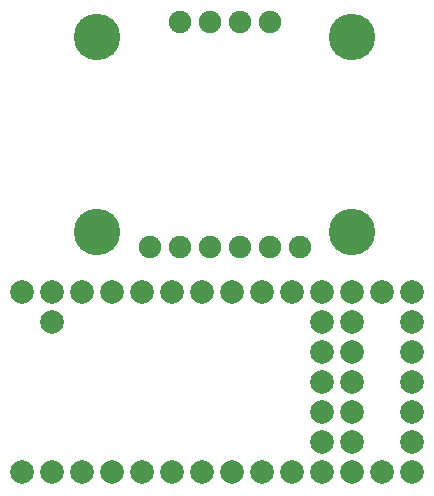
<source format=gbs>
G04 #@! TF.GenerationSoftware,KiCad,Pcbnew,(5.1.9)-1*
G04 #@! TF.CreationDate,2021-04-18T01:47:18-07:00*
G04 #@! TF.ProjectId,UAS_Teensy,5541535f-5465-4656-9e73-792e6b696361,rev?*
G04 #@! TF.SameCoordinates,Original*
G04 #@! TF.FileFunction,Soldermask,Bot*
G04 #@! TF.FilePolarity,Negative*
%FSLAX46Y46*%
G04 Gerber Fmt 4.6, Leading zero omitted, Abs format (unit mm)*
G04 Created by KiCad (PCBNEW (5.1.9)-1) date 2021-04-18 01:47:18*
%MOMM*%
%LPD*%
G01*
G04 APERTURE LIST*
%ADD10C,1.900000*%
%ADD11C,3.940000*%
%ADD12C,2.000000*%
G04 APERTURE END LIST*
D10*
X111130000Y-76200000D03*
X108590000Y-76200000D03*
X106050000Y-76200000D03*
X103500000Y-76200000D03*
X100960000Y-76200000D03*
X98430000Y-76200000D03*
X108590000Y-57150000D03*
X106040000Y-57150000D03*
X103510000Y-57150000D03*
X100960000Y-57150000D03*
D11*
X93980000Y-74930000D03*
X115570000Y-74930000D03*
X93980000Y-58420000D03*
X115570000Y-58420000D03*
D12*
X113030000Y-92710000D03*
X115570000Y-92710000D03*
X113030000Y-90170000D03*
X115570000Y-90170000D03*
X113030000Y-87630000D03*
X115570000Y-87630000D03*
X113030000Y-85090000D03*
X115570000Y-85090000D03*
X113030000Y-82550000D03*
X115570000Y-82550000D03*
X87630000Y-95250000D03*
X90170000Y-95250000D03*
X92710000Y-95250000D03*
X95250000Y-95250000D03*
X97790000Y-95250000D03*
X100330000Y-95250000D03*
X102870000Y-95250000D03*
X105410000Y-95250000D03*
X107950000Y-95250000D03*
X110490000Y-95250000D03*
X113030000Y-95250000D03*
X115570000Y-95250000D03*
X118110000Y-95250000D03*
X90170000Y-82550000D03*
X87630000Y-80010000D03*
X90170000Y-80010000D03*
X92710000Y-80010000D03*
X95250000Y-80010000D03*
X97790000Y-80010000D03*
X100330000Y-80010000D03*
X102870000Y-80010000D03*
X105410000Y-80010000D03*
X107950000Y-80010000D03*
X110490000Y-80010000D03*
X113030000Y-80010000D03*
X115570000Y-80010000D03*
X118110000Y-80010000D03*
X120650000Y-95250000D03*
X120650000Y-92710000D03*
X120650000Y-90170000D03*
X120650000Y-80010000D03*
X120650000Y-82550000D03*
X120650000Y-85090000D03*
X120650000Y-87630000D03*
M02*

</source>
